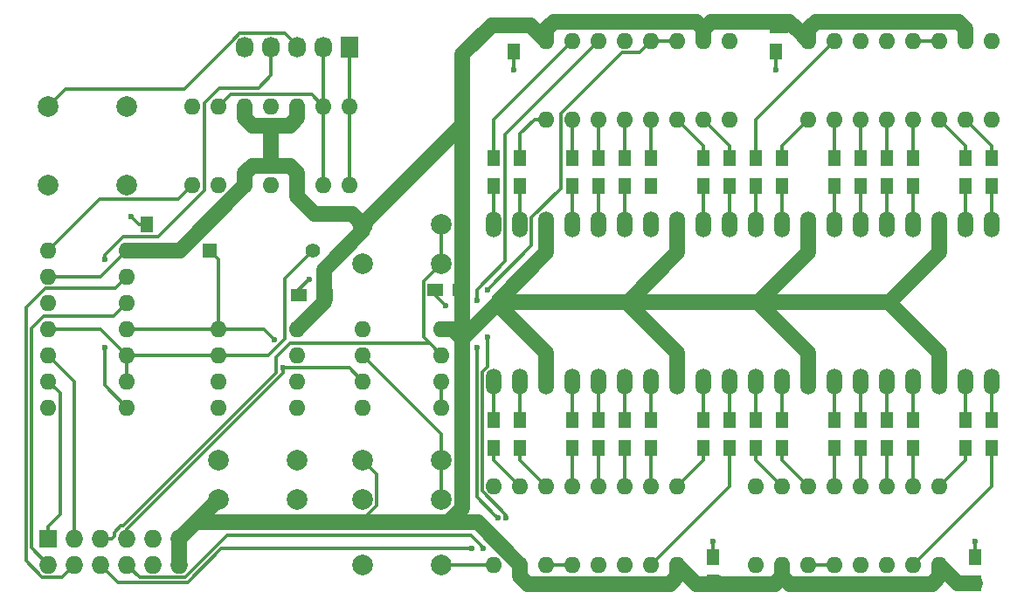
<source format=gtl>
G04 #@! TF.FileFunction,Copper,L1,Top,Signal*
%FSLAX46Y46*%
G04 Gerber Fmt 4.6, Leading zero omitted, Abs format (unit mm)*
G04 Created by KiCad (PCBNEW 4.0.4-stable) date Friday, December 09, 2016 'AMt' 01:33:50 AM*
%MOMM*%
%LPD*%
G01*
G04 APERTURE LIST*
%ADD10C,0.100000*%
%ADD11O,1.600000X1.600000*%
%ADD12C,1.998980*%
%ADD13O,1.524000X2.524000*%
%ADD14R,1.727200X1.727200*%
%ADD15O,1.727200X1.727200*%
%ADD16R,1.400000X1.400000*%
%ADD17C,1.400000*%
%ADD18R,1.300000X1.500000*%
%ADD19R,1.727200X2.032000*%
%ADD20O,1.727200X2.032000*%
%ADD21R,1.500000X1.250000*%
%ADD22R,1.250000X1.500000*%
%ADD23C,0.600000*%
%ADD24C,0.300000*%
%ADD25C,1.500000*%
G04 APERTURE END LIST*
D10*
D11*
X52705000Y-64770000D03*
X52705000Y-67310000D03*
X52705000Y-69850000D03*
X52705000Y-72390000D03*
X60325000Y-72390000D03*
X60325000Y-69850000D03*
X60325000Y-67310000D03*
X60325000Y-64770000D03*
X36195000Y-57150000D03*
X36195000Y-59690000D03*
X36195000Y-62230000D03*
X36195000Y-64770000D03*
X36195000Y-67310000D03*
X36195000Y-69850000D03*
X36195000Y-72390000D03*
X43815000Y-72390000D03*
X43815000Y-69850000D03*
X43815000Y-67310000D03*
X43815000Y-64770000D03*
X43815000Y-62230000D03*
X43815000Y-59690000D03*
X43815000Y-57150000D03*
X66675000Y-64770000D03*
X66675000Y-67310000D03*
X66675000Y-69850000D03*
X66675000Y-72390000D03*
X74295000Y-72390000D03*
X74295000Y-69850000D03*
X74295000Y-67310000D03*
X74295000Y-64770000D03*
X122555000Y-80010000D03*
X120015000Y-80010000D03*
X117475000Y-80010000D03*
X114935000Y-80010000D03*
X112395000Y-80010000D03*
X109855000Y-80010000D03*
X107315000Y-80010000D03*
X104775000Y-80010000D03*
X104775000Y-87630000D03*
X107315000Y-87630000D03*
X109855000Y-87630000D03*
X112395000Y-87630000D03*
X114935000Y-87630000D03*
X117475000Y-87630000D03*
X120015000Y-87630000D03*
X122555000Y-87630000D03*
X50165000Y-50800000D03*
X52705000Y-50800000D03*
X55245000Y-50800000D03*
X57785000Y-50800000D03*
X60325000Y-50800000D03*
X62865000Y-50800000D03*
X65405000Y-50800000D03*
X65405000Y-43180000D03*
X62865000Y-43180000D03*
X60325000Y-43180000D03*
X57785000Y-43180000D03*
X55245000Y-43180000D03*
X52705000Y-43180000D03*
X50165000Y-43180000D03*
D12*
X43815000Y-50800000D03*
X36195000Y-50800000D03*
X74295000Y-58420000D03*
X66675000Y-58420000D03*
X74295000Y-54610000D03*
X66675000Y-54610000D03*
D13*
X117475000Y-69850000D03*
X120015000Y-69850000D03*
X122555000Y-69850000D03*
X125095000Y-69850000D03*
X127635000Y-69850000D03*
X127635000Y-54610000D03*
X125095000Y-54610000D03*
X122555000Y-54610000D03*
X120015000Y-54610000D03*
X117475000Y-54610000D03*
D14*
X36195000Y-85090000D03*
D15*
X36195000Y-87630000D03*
X38735000Y-85090000D03*
X38735000Y-87630000D03*
X41275000Y-85090000D03*
X41275000Y-87630000D03*
X43815000Y-85090000D03*
X43815000Y-87630000D03*
X46355000Y-85090000D03*
X46355000Y-87630000D03*
X48895000Y-85090000D03*
X48895000Y-87630000D03*
D12*
X36195000Y-43180000D03*
X43815000Y-43180000D03*
X52705000Y-81280000D03*
X60325000Y-81280000D03*
X66675000Y-77470000D03*
X74295000Y-77470000D03*
X60325000Y-77470000D03*
X52705000Y-77470000D03*
X74295000Y-81280000D03*
X66675000Y-81280000D03*
D13*
X104775000Y-69850000D03*
X107315000Y-69850000D03*
X109855000Y-69850000D03*
X112395000Y-69850000D03*
X114935000Y-69850000D03*
X114935000Y-54610000D03*
X112395000Y-54610000D03*
X109855000Y-54610000D03*
X107315000Y-54610000D03*
X104775000Y-54610000D03*
X92075000Y-69850000D03*
X94615000Y-69850000D03*
X97155000Y-69850000D03*
X99695000Y-69850000D03*
X102235000Y-69850000D03*
X102235000Y-54610000D03*
X99695000Y-54610000D03*
X97155000Y-54610000D03*
X94615000Y-54610000D03*
X92075000Y-54610000D03*
X79375000Y-69850000D03*
X81915000Y-69850000D03*
X84455000Y-69850000D03*
X86995000Y-69850000D03*
X89535000Y-69850000D03*
X89535000Y-54610000D03*
X86995000Y-54610000D03*
X84455000Y-54610000D03*
X81915000Y-54610000D03*
X79375000Y-54610000D03*
D16*
X51816000Y-57150000D03*
D17*
X61816000Y-57150000D03*
D18*
X127635000Y-50880000D03*
X127635000Y-48180000D03*
X127635000Y-73580000D03*
X127635000Y-76280000D03*
X125095000Y-50880000D03*
X125095000Y-48180000D03*
X125095000Y-73580000D03*
X125095000Y-76280000D03*
X120015000Y-50880000D03*
X120015000Y-48180000D03*
X120015000Y-73580000D03*
X120015000Y-76280000D03*
X117475000Y-50880000D03*
X117475000Y-48180000D03*
X117475000Y-73580000D03*
X117475000Y-76280000D03*
X114935000Y-50880000D03*
X114935000Y-48180000D03*
X114935000Y-73580000D03*
X114935000Y-76280000D03*
X112395000Y-50880000D03*
X112395000Y-48180000D03*
X112395000Y-73580000D03*
X112395000Y-76280000D03*
X107315000Y-50880000D03*
X107315000Y-48180000D03*
X107315000Y-73580000D03*
X107315000Y-76280000D03*
X104775000Y-50880000D03*
X104775000Y-48180000D03*
X104775000Y-73580000D03*
X104775000Y-76280000D03*
X102235000Y-50880000D03*
X102235000Y-48180000D03*
X102235000Y-73580000D03*
X102235000Y-76280000D03*
X99695000Y-50880000D03*
X99695000Y-48180000D03*
X99695000Y-73580000D03*
X99695000Y-76280000D03*
X94615000Y-50880000D03*
X94615000Y-48180000D03*
X94615000Y-73580000D03*
X94615000Y-76280000D03*
X92075000Y-50880000D03*
X92075000Y-48180000D03*
X92075000Y-73580000D03*
X92075000Y-76280000D03*
X89535000Y-50880000D03*
X89535000Y-48180000D03*
X89535000Y-73580000D03*
X89535000Y-76280000D03*
X86995000Y-50880000D03*
X86995000Y-48180000D03*
X86995000Y-73580000D03*
X86995000Y-76280000D03*
X81915000Y-50880000D03*
X81915000Y-48180000D03*
X81915000Y-73580000D03*
X81915000Y-76280000D03*
X79375000Y-50880000D03*
X79375000Y-48180000D03*
X79375000Y-73580000D03*
X79375000Y-76280000D03*
D11*
X109855000Y-44450000D03*
X112395000Y-44450000D03*
X114935000Y-44450000D03*
X117475000Y-44450000D03*
X120015000Y-44450000D03*
X122555000Y-44450000D03*
X125095000Y-44450000D03*
X127635000Y-44450000D03*
X127635000Y-36830000D03*
X125095000Y-36830000D03*
X122555000Y-36830000D03*
X120015000Y-36830000D03*
X117475000Y-36830000D03*
X114935000Y-36830000D03*
X112395000Y-36830000D03*
X109855000Y-36830000D03*
X84455000Y-44450000D03*
X86995000Y-44450000D03*
X89535000Y-44450000D03*
X92075000Y-44450000D03*
X94615000Y-44450000D03*
X97155000Y-44450000D03*
X99695000Y-44450000D03*
X102235000Y-44450000D03*
X102235000Y-36830000D03*
X99695000Y-36830000D03*
X97155000Y-36830000D03*
X94615000Y-36830000D03*
X92075000Y-36830000D03*
X89535000Y-36830000D03*
X86995000Y-36830000D03*
X84455000Y-36830000D03*
X97155000Y-80010000D03*
X94615000Y-80010000D03*
X92075000Y-80010000D03*
X89535000Y-80010000D03*
X86995000Y-80010000D03*
X84455000Y-80010000D03*
X81915000Y-80010000D03*
X79375000Y-80010000D03*
X79375000Y-87630000D03*
X81915000Y-87630000D03*
X84455000Y-87630000D03*
X86995000Y-87630000D03*
X89535000Y-87630000D03*
X92075000Y-87630000D03*
X94615000Y-87630000D03*
X97155000Y-87630000D03*
D19*
X65405000Y-37465000D03*
D20*
X62865000Y-37465000D03*
X60325000Y-37465000D03*
X57785000Y-37465000D03*
X55245000Y-37465000D03*
D12*
X74295000Y-87630000D03*
X66675000Y-87630000D03*
D21*
X76160000Y-60960000D03*
X73660000Y-60960000D03*
X62992000Y-61468000D03*
X60492000Y-61468000D03*
D22*
X45720000Y-57130000D03*
X45720000Y-54630000D03*
X100584000Y-89368000D03*
X100584000Y-86868000D03*
X125984000Y-89408000D03*
X125984000Y-86908000D03*
X106680000Y-35326000D03*
X106680000Y-37826000D03*
X81280000Y-35326000D03*
X81280000Y-37826000D03*
D23*
X81280000Y-39624000D03*
X106680000Y-39624000D03*
X125984000Y-85344000D03*
X100584000Y-85344000D03*
X44196000Y-53848000D03*
X61468000Y-59944000D03*
X74676000Y-62484000D03*
X58064698Y-65782818D03*
X58962299Y-68528420D03*
X79762417Y-83102273D03*
X77226572Y-86060759D03*
X77724000Y-66548000D03*
X77724000Y-61976000D03*
X80567448Y-83082147D03*
X78353614Y-86020508D03*
X78740000Y-65532000D03*
X78740000Y-60960000D03*
X41663334Y-58050226D03*
X41656000Y-66548000D03*
D24*
X74295000Y-69850000D02*
X74295000Y-72390000D01*
X52705000Y-67310000D02*
X57473118Y-67310000D01*
X57473118Y-67310000D02*
X59084299Y-65698819D01*
X59084299Y-65698819D02*
X59084299Y-59881701D01*
X59084299Y-59881701D02*
X61116001Y-57849999D01*
X61116001Y-57849999D02*
X61816000Y-57150000D01*
X36195000Y-64770000D02*
X41275000Y-64770000D01*
X41275000Y-64770000D02*
X43815000Y-67310000D01*
X43815000Y-69850000D02*
X43815000Y-67310000D01*
X43815000Y-67310000D02*
X52705000Y-67310000D01*
X81280000Y-37826000D02*
X81280000Y-39624000D01*
X106680000Y-37826000D02*
X106680000Y-39624000D01*
X125984000Y-86908000D02*
X125984000Y-85344000D01*
X100584000Y-86868000D02*
X100584000Y-85344000D01*
X45720000Y-54630000D02*
X44978000Y-54630000D01*
X44978000Y-54630000D02*
X44196000Y-53848000D01*
X60492000Y-61468000D02*
X60492000Y-60920000D01*
X60492000Y-60920000D02*
X61468000Y-59944000D01*
X73660000Y-60960000D02*
X73660000Y-61468000D01*
X73660000Y-61468000D02*
X74676000Y-62484000D01*
D25*
X106680000Y-35326000D02*
X107658998Y-35326000D01*
X107658998Y-35326000D02*
X108004999Y-34979999D01*
X99005001Y-89480001D02*
X101092000Y-89480001D01*
X101092000Y-89480001D02*
X106596369Y-89480001D01*
X100584000Y-89368000D02*
X100979999Y-89368000D01*
X100979999Y-89368000D02*
X101092000Y-89480001D01*
X122555000Y-87630000D02*
X124333000Y-89408000D01*
X124333000Y-89408000D02*
X125984000Y-89408000D01*
X81280000Y-35326000D02*
X79155000Y-35326000D01*
X79155000Y-35326000D02*
X76344491Y-38136509D01*
X76344491Y-38136509D02*
X76344491Y-44940509D01*
X84455000Y-36830000D02*
X82951000Y-35326000D01*
X82951000Y-35326000D02*
X81280000Y-35326000D01*
D24*
X62992000Y-61468000D02*
X62992000Y-62103000D01*
X62992000Y-62103000D02*
X62916011Y-62178989D01*
D25*
X76344491Y-44940509D02*
X76344491Y-61976000D01*
X76344491Y-61976000D02*
X76344491Y-65688121D01*
D24*
X76160000Y-60960000D02*
X76160000Y-61885000D01*
X76160000Y-61885000D02*
X76251000Y-61976000D01*
X76251000Y-61976000D02*
X76344491Y-61976000D01*
X76160000Y-60960000D02*
X76160000Y-61283509D01*
X76160000Y-61283509D02*
X76344491Y-61468000D01*
D25*
X60325000Y-64770000D02*
X62916011Y-62178989D01*
X62916011Y-62178989D02*
X62916011Y-59024858D01*
X62916011Y-59024858D02*
X66675000Y-55265869D01*
X66675000Y-55265869D02*
X66675000Y-54610000D01*
D24*
X41275000Y-59690000D02*
X43015001Y-57949999D01*
X36195000Y-59690000D02*
X41275000Y-59690000D01*
X43015001Y-57949999D02*
X43815000Y-57150000D01*
D25*
X55245000Y-50800000D02*
X55245000Y-50850002D01*
X55245000Y-50850002D02*
X48945002Y-57150000D01*
X48945002Y-57150000D02*
X44946370Y-57150000D01*
X44946370Y-57150000D02*
X43815000Y-57150000D01*
X50449150Y-83535850D02*
X66040000Y-83535850D01*
X66040000Y-83535850D02*
X74924398Y-83535850D01*
D24*
X66675000Y-77470000D02*
X68024491Y-78819491D01*
X68024491Y-78819491D02*
X68024491Y-81927757D01*
X68024491Y-81927757D02*
X66416398Y-83535850D01*
X66416398Y-83535850D02*
X66040000Y-83535850D01*
D25*
X77820850Y-83535850D02*
X77520837Y-83535850D01*
X81915000Y-87630000D02*
X77820850Y-83535850D01*
X77520837Y-83535850D02*
X74924398Y-83535850D01*
X48895000Y-85090000D02*
X50449150Y-83535850D01*
X76344491Y-82115757D02*
X76344491Y-65688121D01*
X74924398Y-83535850D02*
X76344491Y-82115757D01*
X57785000Y-45030001D02*
X55963631Y-45030001D01*
X59606369Y-45030001D02*
X57785000Y-45030001D01*
X59606369Y-48949999D02*
X57683400Y-48949999D01*
X57683400Y-48949999D02*
X55963631Y-48949999D01*
X57785000Y-45030001D02*
X57785000Y-48848399D01*
X57785000Y-48848399D02*
X57683400Y-48949999D01*
X60325000Y-43180000D02*
X60325000Y-44311370D01*
X55245000Y-44311370D02*
X55245000Y-43180000D01*
X60325000Y-44311370D02*
X59606369Y-45030001D01*
X55963631Y-45030001D02*
X55245000Y-44311370D01*
X60325000Y-50800000D02*
X60325000Y-49668630D01*
X60325000Y-49668630D02*
X59606369Y-48949999D01*
X55963631Y-48949999D02*
X55245000Y-49668630D01*
X55245000Y-49668630D02*
X55245000Y-50800000D01*
X66675000Y-54610000D02*
X65675511Y-53610511D01*
X62004141Y-53610511D02*
X60325000Y-51931370D01*
X65675511Y-53610511D02*
X62004141Y-53610511D01*
X60325000Y-51931370D02*
X60325000Y-50800000D01*
X66675000Y-54610000D02*
X76344491Y-44940509D01*
X99695000Y-36830000D02*
X99695000Y-35698630D01*
X99695000Y-35698630D02*
X98976369Y-34979999D01*
X98976369Y-34979999D02*
X85173631Y-34979999D01*
X85173631Y-34979999D02*
X84455000Y-35698630D01*
X84455000Y-35698630D02*
X84455000Y-36830000D01*
X99695000Y-35698630D02*
X100413631Y-34979999D01*
X100413631Y-34979999D02*
X108004999Y-34979999D01*
X108004999Y-34979999D02*
X109055001Y-36030001D01*
X109055001Y-36030001D02*
X109855000Y-36830000D01*
X109855000Y-36830000D02*
X109855000Y-35698630D01*
X109855000Y-35698630D02*
X110573631Y-34979999D01*
X110573631Y-34979999D02*
X124376369Y-34979999D01*
X124376369Y-34979999D02*
X125095000Y-35698630D01*
X125095000Y-35698630D02*
X125095000Y-36830000D01*
X97155000Y-69850000D02*
X97155000Y-67088000D01*
X97155000Y-67088000D02*
X92379800Y-62312800D01*
X92379800Y-62312800D02*
X92379800Y-62179200D01*
X104927400Y-62179200D02*
X92379800Y-62179200D01*
X97155000Y-54610000D02*
X97155000Y-57372000D01*
X97155000Y-57372000D02*
X92379800Y-62147200D01*
X92379800Y-62179200D02*
X79853412Y-62179200D01*
X92379800Y-62147200D02*
X92379800Y-62179200D01*
X109855000Y-69850000D02*
X109855000Y-67088000D01*
X109855000Y-67088000D02*
X104946200Y-62179200D01*
X104946200Y-62179200D02*
X104927400Y-62179200D01*
X117747800Y-62179200D02*
X104927400Y-62179200D01*
X105047800Y-62179200D02*
X104927400Y-62179200D01*
X109855000Y-54610000D02*
X109855000Y-57372000D01*
X109855000Y-57372000D02*
X105047800Y-62179200D01*
X122555000Y-69850000D02*
X122555000Y-67088000D01*
X122555000Y-67088000D02*
X117747800Y-62280800D01*
X117747800Y-62280800D02*
X117747800Y-62179200D01*
X84455000Y-54610000D02*
X84455000Y-57372000D01*
X84455000Y-57372000D02*
X79853412Y-61973588D01*
X79853412Y-61973588D02*
X79853412Y-62486412D01*
X84455000Y-69850000D02*
X84455000Y-67088000D01*
X84455000Y-67088000D02*
X79853412Y-62486412D01*
X79853412Y-62486412D02*
X79853412Y-62179200D01*
X79853412Y-62179200D02*
X76344491Y-65688121D01*
X122555000Y-54610000D02*
X122555000Y-57372000D01*
X122555000Y-57372000D02*
X117747800Y-62179200D01*
X74295000Y-64770000D02*
X75426370Y-64770000D01*
X75426370Y-64770000D02*
X76344491Y-65688121D01*
X107315000Y-87630000D02*
X107315000Y-88761370D01*
X107315000Y-88761370D02*
X108033631Y-89480001D01*
X108033631Y-89480001D02*
X121836369Y-89480001D01*
X121836369Y-89480001D02*
X122555000Y-88761370D01*
X122555000Y-88761370D02*
X122555000Y-87630000D01*
X97155000Y-87630000D02*
X99005001Y-89480001D01*
X106596369Y-89480001D02*
X107315000Y-88761370D01*
X81915000Y-87630000D02*
X81915000Y-88761370D01*
X96436369Y-89480001D02*
X97155000Y-88761370D01*
X81915000Y-88761370D02*
X82633631Y-89480001D01*
X82633631Y-89480001D02*
X96436369Y-89480001D01*
X97155000Y-88761370D02*
X97155000Y-87630000D01*
X48895000Y-85090000D02*
X52705000Y-81280000D01*
X48895000Y-87630000D02*
X48895000Y-85090000D01*
D24*
X66675000Y-67310000D02*
X74295000Y-74930000D01*
X74295000Y-74930000D02*
X74295000Y-77470000D01*
X74295000Y-77470000D02*
X74295000Y-81280000D01*
X38735000Y-85090000D02*
X38735000Y-69850000D01*
X38735000Y-69850000D02*
X36195000Y-67310000D01*
X36195000Y-85090000D02*
X36195000Y-83926400D01*
X36195000Y-83926400D02*
X37345001Y-82776399D01*
X37345001Y-82776399D02*
X37345001Y-71000001D01*
X37345001Y-71000001D02*
X36994999Y-70649999D01*
X36994999Y-70649999D02*
X36195000Y-69850000D01*
X117475000Y-73580000D02*
X117475000Y-69850000D01*
X120015000Y-73580000D02*
X120015000Y-69850000D01*
X125095000Y-73580000D02*
X125095000Y-69850000D01*
X127635000Y-73580000D02*
X127635000Y-69850000D01*
X127635000Y-50880000D02*
X127635000Y-54610000D01*
X125095000Y-54610000D02*
X125095000Y-50880000D01*
X120015000Y-54610000D02*
X120015000Y-53048000D01*
X120015000Y-53048000D02*
X120015000Y-50880000D01*
X117475000Y-50880000D02*
X117475000Y-54610000D01*
X57764699Y-65482819D02*
X58064698Y-65782818D01*
X52705000Y-64770000D02*
X57051880Y-64770000D01*
X57051880Y-64770000D02*
X57764699Y-65482819D01*
X57015999Y-71000001D02*
X58962299Y-69053701D01*
X58962299Y-69053701D02*
X58962299Y-68528420D01*
X57008429Y-71000001D02*
X57015999Y-71000001D01*
X59386563Y-68528420D02*
X58962299Y-68528420D01*
X65353420Y-68528420D02*
X59386563Y-68528420D01*
X66675000Y-69850000D02*
X65353420Y-68528420D01*
X43815000Y-85090000D02*
X43811168Y-85086168D01*
X43811168Y-85086168D02*
X43811168Y-84197262D01*
X43811168Y-84197262D02*
X57008429Y-71000001D01*
X52705000Y-64770000D02*
X43815000Y-64770000D01*
X52705000Y-64770000D02*
X52705000Y-58039000D01*
X52705000Y-58039000D02*
X51816000Y-57150000D01*
X74295000Y-58420000D02*
X72559999Y-60155001D01*
X72559999Y-60155001D02*
X72559999Y-61865001D01*
X72559999Y-61865001D02*
X72562695Y-61867697D01*
X74295000Y-54610000D02*
X74295000Y-56023492D01*
X74295000Y-56023492D02*
X74295000Y-58420000D01*
X72562695Y-61867697D02*
X72562695Y-65577695D01*
X72562695Y-65577695D02*
X73144999Y-66159999D01*
X41275000Y-85090000D02*
X42336011Y-85090000D01*
X42601399Y-84824612D02*
X42601399Y-84507471D01*
X43232471Y-83876399D02*
X43424911Y-83876399D01*
X58302298Y-68999012D02*
X58302298Y-67472420D01*
X42336011Y-85090000D02*
X42601399Y-84824612D01*
X43424911Y-83876399D02*
X58302298Y-68999012D01*
X59614719Y-66159999D02*
X73144999Y-66159999D01*
X42601399Y-84507471D02*
X43232471Y-83876399D01*
X58302298Y-67472420D02*
X59614719Y-66159999D01*
X73144999Y-66159999D02*
X73495001Y-66510001D01*
X73495001Y-66510001D02*
X74295000Y-67310000D01*
X80487010Y-58196990D02*
X77724000Y-60960000D01*
X77724000Y-60960000D02*
X77724000Y-61551736D01*
X77724000Y-61551736D02*
X77724000Y-61976000D01*
X89535000Y-36830000D02*
X80487010Y-45877990D01*
X80487010Y-45877990D02*
X80487010Y-58196990D01*
X79462418Y-82802274D02*
X79762417Y-83102273D01*
X77724000Y-81063856D02*
X79462418Y-82802274D01*
X77724000Y-66548000D02*
X77724000Y-81063856D01*
X76802308Y-86060759D02*
X77226572Y-86060759D01*
X52967493Y-86060759D02*
X76802308Y-86060759D01*
X41275000Y-87630000D02*
X42988612Y-89343612D01*
X49684640Y-89343612D02*
X52967493Y-86060759D01*
X42988612Y-89343612D02*
X49684640Y-89343612D01*
X34036000Y-87267130D02*
X34036000Y-62686998D01*
X34036000Y-62686998D02*
X35882997Y-60840001D01*
X35882997Y-60840001D02*
X42664999Y-60840001D01*
X42664999Y-60840001D02*
X43015001Y-60489999D01*
X43015001Y-60489999D02*
X43815000Y-59690000D01*
X38735000Y-87630000D02*
X37521399Y-88843601D01*
X37521399Y-88843601D02*
X35612471Y-88843601D01*
X35612471Y-88843601D02*
X34036000Y-87267130D01*
X80567448Y-82839015D02*
X80567448Y-83082147D01*
X78224999Y-68927382D02*
X78224999Y-80496566D01*
X78740000Y-68412381D02*
X78224999Y-68927382D01*
X78740000Y-65532000D02*
X78740000Y-68412381D01*
X78224999Y-80496566D02*
X80567448Y-82839015D01*
X77127830Y-84794724D02*
X78053615Y-85720509D01*
X53526406Y-84794724D02*
X77127830Y-84794724D01*
X43815000Y-87630000D02*
X45028601Y-88843601D01*
X45028601Y-88843601D02*
X49477529Y-88843601D01*
X49477529Y-88843601D02*
X53526406Y-84794724D01*
X78053615Y-85720509D02*
X78353614Y-86020508D01*
X94615000Y-36830000D02*
X93464999Y-37980001D01*
X91762997Y-37980001D02*
X85844999Y-43897999D01*
X93464999Y-37980001D02*
X91762997Y-37980001D01*
X85844999Y-43897999D02*
X85844999Y-51147382D01*
X85844999Y-51147382D02*
X83027010Y-53965371D01*
X83027010Y-56672990D02*
X78740000Y-60960000D01*
X83027010Y-53965371D02*
X83027010Y-56672990D01*
X97155000Y-36830000D02*
X94615000Y-36830000D01*
X122555000Y-36830000D02*
X120015000Y-36830000D01*
X109855000Y-87630000D02*
X112395000Y-87630000D01*
X84455000Y-87630000D02*
X86995000Y-87630000D01*
X127635000Y-48180000D02*
X127635000Y-46990000D01*
X127635000Y-46990000D02*
X125095000Y-44450000D01*
X120015000Y-87630000D02*
X127635000Y-80010000D01*
X127635000Y-80010000D02*
X127635000Y-76280000D01*
X125095000Y-48180000D02*
X125095000Y-46990000D01*
X125095000Y-46990000D02*
X122555000Y-44450000D01*
X122555000Y-80010000D02*
X125095000Y-77470000D01*
X125095000Y-77470000D02*
X125095000Y-76280000D01*
X117475000Y-48180000D02*
X117475000Y-44450000D01*
X104775000Y-73580000D02*
X104775000Y-69850000D01*
X107315000Y-73580000D02*
X107315000Y-69850000D01*
X112395000Y-73580000D02*
X112395000Y-69850000D01*
X114935000Y-73580000D02*
X114935000Y-72530000D01*
X114935000Y-72530000D02*
X114935000Y-69850000D01*
X114935000Y-50880000D02*
X114935000Y-51930000D01*
X114935000Y-51930000D02*
X114935000Y-54610000D01*
X112395000Y-50880000D02*
X112395000Y-51930000D01*
X112395000Y-51930000D02*
X112395000Y-54610000D01*
X107315000Y-50880000D02*
X107315000Y-51930000D01*
X107315000Y-51930000D02*
X107315000Y-54610000D01*
X104775000Y-50880000D02*
X104775000Y-54610000D01*
X92075000Y-73580000D02*
X92075000Y-69850000D01*
X94615000Y-73580000D02*
X94615000Y-69850000D01*
X99695000Y-73580000D02*
X99695000Y-69850000D01*
X102235000Y-73580000D02*
X102235000Y-69850000D01*
X102235000Y-54610000D02*
X102235000Y-50880000D01*
X99695000Y-54610000D02*
X99695000Y-54110000D01*
X99695000Y-54110000D02*
X99695000Y-50880000D01*
X92075000Y-54610000D02*
X92075000Y-50880000D01*
X79375000Y-73580000D02*
X79375000Y-72530000D01*
X79375000Y-72530000D02*
X79375000Y-69850000D01*
X81915000Y-73580000D02*
X81915000Y-69850000D01*
X86995000Y-73580000D02*
X86995000Y-69850000D01*
X89535000Y-73580000D02*
X89535000Y-69850000D01*
X89535000Y-54610000D02*
X89535000Y-50880000D01*
X86995000Y-51841400D02*
X86995000Y-50880000D01*
X86995000Y-54610000D02*
X86995000Y-51841400D01*
X81915000Y-54610000D02*
X81915000Y-50880000D01*
X79375000Y-54610000D02*
X79375000Y-50880000D01*
X120015000Y-48180000D02*
X120015000Y-44450000D01*
X120015000Y-76280000D02*
X120015000Y-80010000D01*
X117475000Y-76280000D02*
X117475000Y-80010000D01*
X114935000Y-48180000D02*
X114935000Y-44450000D01*
X114935000Y-76280000D02*
X114935000Y-77330000D01*
X114935000Y-77330000D02*
X114935000Y-80010000D01*
X112395000Y-48180000D02*
X112395000Y-47130000D01*
X112395000Y-47130000D02*
X112395000Y-44450000D01*
X112395000Y-80010000D02*
X112395000Y-76280000D01*
X107315000Y-48180000D02*
X107315000Y-46990000D01*
X107315000Y-46990000D02*
X109855000Y-44450000D01*
X107315000Y-76280000D02*
X107315000Y-77470000D01*
X107315000Y-77470000D02*
X109855000Y-80010000D01*
X104775000Y-48180000D02*
X104775000Y-44450000D01*
X104775000Y-44450000D02*
X112395000Y-36830000D01*
X104775000Y-76280000D02*
X104775000Y-77470000D01*
X104775000Y-77470000D02*
X107315000Y-80010000D01*
X102235000Y-48180000D02*
X102235000Y-46990000D01*
X102235000Y-46990000D02*
X99695000Y-44450000D01*
X102235000Y-76280000D02*
X102235000Y-80010000D01*
X102235000Y-80010000D02*
X94615000Y-87630000D01*
X99695000Y-48180000D02*
X99695000Y-46990000D01*
X99695000Y-46990000D02*
X97155000Y-44450000D01*
X99695000Y-76280000D02*
X99695000Y-77470000D01*
X99695000Y-77470000D02*
X97155000Y-80010000D01*
X94615000Y-44450000D02*
X94615000Y-48180000D01*
X94615000Y-76280000D02*
X94615000Y-80010000D01*
X92075000Y-44450000D02*
X92075000Y-48180000D01*
X92075000Y-76280000D02*
X92075000Y-80010000D01*
X89535000Y-44450000D02*
X89535000Y-48180000D01*
X89535000Y-76280000D02*
X89535000Y-80010000D01*
X86995000Y-44450000D02*
X86995000Y-48180000D01*
X86995000Y-76280000D02*
X86995000Y-77330000D01*
X86995000Y-77330000D02*
X86995000Y-80010000D01*
X84455000Y-44450000D02*
X83323630Y-44450000D01*
X83323630Y-44450000D02*
X81915000Y-45858630D01*
X81915000Y-45858630D02*
X81915000Y-47130000D01*
X81915000Y-47130000D02*
X81915000Y-48180000D01*
X81915000Y-76280000D02*
X81915000Y-77470000D01*
X81915000Y-77470000D02*
X84455000Y-80010000D01*
X79375000Y-48180000D02*
X79375000Y-44450000D01*
X79375000Y-44450000D02*
X86995000Y-36830000D01*
X79375000Y-76280000D02*
X79375000Y-77470000D01*
X79375000Y-77470000D02*
X81915000Y-80010000D01*
X60325000Y-37465000D02*
X60325000Y-37312600D01*
X60325000Y-37312600D02*
X59111390Y-36098990D01*
X59111390Y-36098990D02*
X54742307Y-36098990D01*
X54742307Y-36098990D02*
X54031390Y-36809907D01*
X54031390Y-36809907D02*
X54031390Y-36852072D01*
X54031390Y-36852072D02*
X49353473Y-41529989D01*
X49353473Y-41529989D02*
X37845011Y-41529989D01*
X37845011Y-41529989D02*
X37194489Y-42180511D01*
X37194489Y-42180511D02*
X36195000Y-43180000D01*
X65405000Y-50800000D02*
X65405000Y-43180000D01*
X65405000Y-43180000D02*
X65405000Y-37465000D01*
X36195000Y-57150000D02*
X41195509Y-52149491D01*
X41195509Y-52149491D02*
X48815509Y-52149491D01*
X48815509Y-52149491D02*
X49365001Y-51599999D01*
X49365001Y-51599999D02*
X50165000Y-50800000D01*
X62865000Y-43180000D02*
X61714999Y-42029999D01*
X61714999Y-42029999D02*
X53855001Y-42029999D01*
X53855001Y-42029999D02*
X53504999Y-42380001D01*
X53504999Y-42380001D02*
X52705000Y-43180000D01*
X62865000Y-50800000D02*
X62865000Y-43180000D01*
X62865000Y-43180000D02*
X62865000Y-37465000D01*
X57785000Y-37465000D02*
X57785000Y-40189447D01*
X57785000Y-40189447D02*
X56559646Y-41414801D01*
X52768197Y-41414801D02*
X51315001Y-42867997D01*
X56559646Y-41414801D02*
X52768197Y-41414801D01*
X51315001Y-42867997D02*
X51315001Y-51352001D01*
X51315001Y-51352001D02*
X46828979Y-55838023D01*
X46828979Y-55838023D02*
X43451273Y-55838023D01*
X43451273Y-55838023D02*
X41663334Y-57625962D01*
X41663334Y-57625962D02*
X41663334Y-58050226D01*
X43815000Y-72390000D02*
X41656000Y-70231000D01*
X41656000Y-70231000D02*
X41656000Y-66548000D01*
X74295000Y-87630000D02*
X79375000Y-87630000D01*
X43015001Y-63029999D02*
X43815000Y-62230000D01*
X42545000Y-63500000D02*
X43015001Y-63029999D01*
X35762998Y-63500000D02*
X42545000Y-63500000D01*
X34536011Y-64726987D02*
X35762998Y-63500000D01*
X34536011Y-85971011D02*
X34536011Y-64726987D01*
X36195000Y-87630000D02*
X34536011Y-85971011D01*
M02*

</source>
